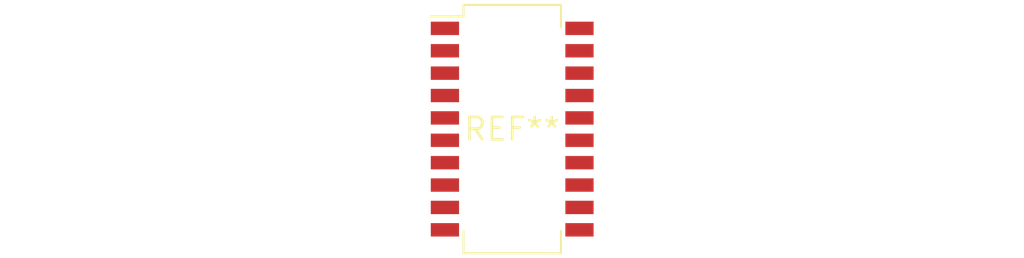
<source format=kicad_pcb>
(kicad_pcb (version 20240108) (generator pcbnew)
  (layers (0 "F.Cu" signal) (31 "B.Cu" signal) (34 "B.Paste" user) (35 "F.Paste" user) (36 "B.SilkS" user "B.Silkscreen") (37 "F.SilkS" user "F.Silkscreen") (38 "B.Mask" user) (39 "F.Mask" user) (44 "Edge.Cuts" user))
  (net 0 "")
  (footprint "SW_DIP_SPSTx10_Slide_Copal_CHS-10B_W7.62mm_P1.27mm" (layer "F.Cu") (at 0 0)
    (property "Reference" "REF**")
    (property "Value" "SW_DIP_SPSTx10_Slide_Copal_CHS-10B_W7.62mm_P1.27mm")
    (fp_line (start -4.61 -6.395) (end -2.76 -6.395) (layer "F.SilkS") (stroke (width 0.12)))
    (fp_line (start -2.76 -7.045) (end -2.76 -6.395) (layer "F.SilkS") (stroke (width 0.12)))
    (fp_line (start -2.76 -7.045) (end 2.76 -7.045) (layer "F.SilkS") (stroke (width 0.12)))
    (fp_line (start -2.76 5.775) (end -2.76 7.045) (layer "F.SilkS") (stroke (width 0.12)))
    (fp_line (start -2.76 7.045) (end 2.76 7.045) (layer "F.SilkS") (stroke (width 0.12)))
    (fp_line (start 2.76 -7.045) (end 2.76 -5.776) (layer "F.SilkS") (stroke (width 0.12)))
    (fp_line (start 2.76 5.775) (end 2.76 7.045) (layer "F.SilkS") (stroke (width 0.12)))
    (pad "1" smd rect (at -3.81 -5.715) (size 1.6 0.76) (layers "F.Cu" "F.Paste" "F.Mask"))
    (pad "2" smd rect (at -3.81 -4.445) (size 1.6 0.76) (layers "F.Cu" "F.Paste" "F.Mask"))
    (pad "3" smd rect (at -3.81 -3.175) (size 1.6 0.76) (layers "F.Cu" "F.Paste" "F.Mask"))
    (pad "4" smd rect (at -3.81 -1.905) (size 1.6 0.76) (layers "F.Cu" "F.Paste" "F.Mask"))
    (pad "5" smd rect (at -3.81 -0.635) (size 1.6 0.76) (layers "F.Cu" "F.Paste" "F.Mask"))
    (pad "6" smd rect (at -3.81 0.635) (size 1.6 0.76) (layers "F.Cu" "F.Paste" "F.Mask"))
    (pad "7" smd rect (at -3.81 1.905) (size 1.6 0.76) (layers "F.Cu" "F.Paste" "F.Mask"))
    (pad "8" smd rect (at -3.81 3.175) (size 1.6 0.76) (layers "F.Cu" "F.Paste" "F.Mask"))
    (pad "9" smd rect (at -3.81 4.445) (size 1.6 0.76) (layers "F.Cu" "F.Paste" "F.Mask"))
    (pad "10" smd rect (at -3.81 5.715) (size 1.6 0.76) (layers "F.Cu" "F.Paste" "F.Mask"))
    (pad "11" smd rect (at 3.81 5.715) (size 1.6 0.76) (layers "F.Cu" "F.Paste" "F.Mask"))
    (pad "12" smd rect (at 3.81 4.445) (size 1.6 0.76) (layers "F.Cu" "F.Paste" "F.Mask"))
    (pad "13" smd rect (at 3.81 3.175) (size 1.6 0.76) (layers "F.Cu" "F.Paste" "F.Mask"))
    (pad "14" smd rect (at 3.81 1.905) (size 1.6 0.76) (layers "F.Cu" "F.Paste" "F.Mask"))
    (pad "15" smd rect (at 3.81 0.635) (size 1.6 0.76) (layers "F.Cu" "F.Paste" "F.Mask"))
    (pad "16" smd rect (at 3.81 -0.635) (size 1.6 0.76) (layers "F.Cu" "F.Paste" "F.Mask"))
    (pad "17" smd rect (at 3.81 -1.905) (size 1.6 0.76) (layers "F.Cu" "F.Paste" "F.Mask"))
    (pad "18" smd rect (at 3.81 -3.175) (size 1.6 0.76) (layers "F.Cu" "F.Paste" "F.Mask"))
    (pad "19" smd rect (at 3.81 -4.445) (size 1.6 0.76) (layers "F.Cu" "F.Paste" "F.Mask"))
    (pad "20" smd rect (at 3.81 -5.715) (size 1.6 0.76) (layers "F.Cu" "F.Paste" "F.Mask"))
  )
)
</source>
